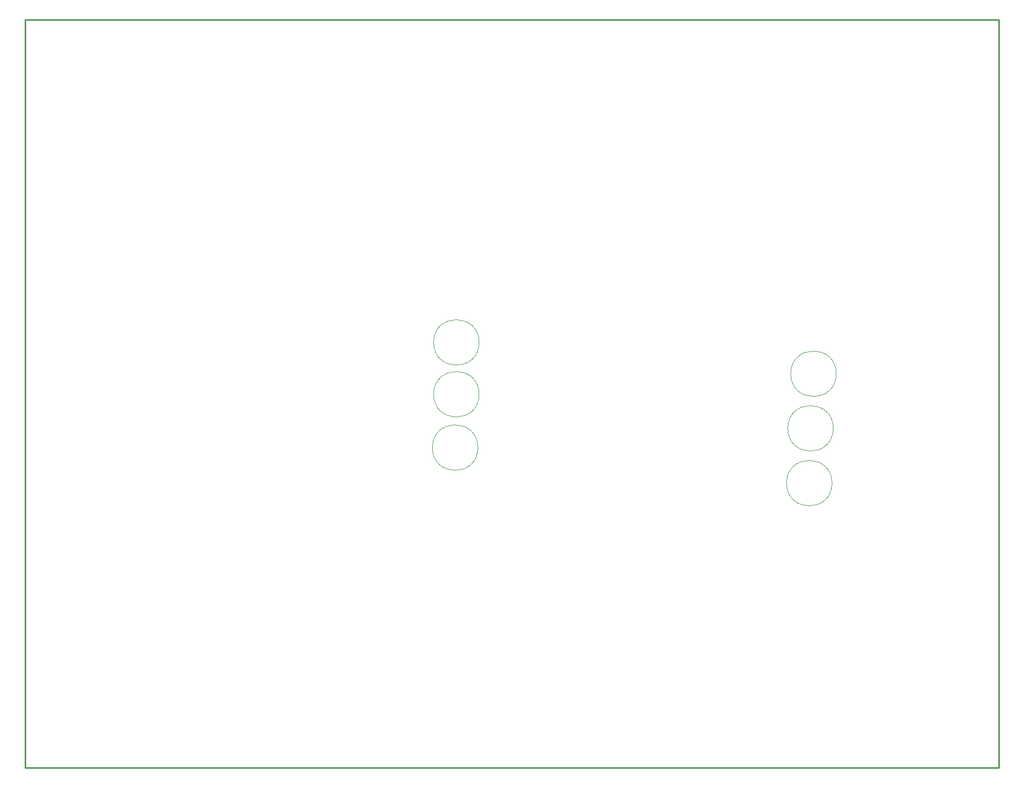
<source format=gm1>
G04*
G04 #@! TF.GenerationSoftware,Altium Limited,Altium Designer,22.10.1 (41)*
G04*
G04 Layer_Color=16711935*
%FSLAX44Y44*%
%MOMM*%
G71*
G04*
G04 #@! TF.SameCoordinates,069A48A3-1EBA-4DE3-B07F-BDB1E3B34996*
G04*
G04*
G04 #@! TF.FilePolarity,Positive*
G04*
G01*
G75*
%ADD12C,0.1000*%
%ADD13C,0.2540*%
D12*
X1103260Y510540D02*
G03*
X1103260Y510540I-39000J0D01*
G01*
X1101120Y416560D02*
G03*
X1101120Y416560I-39000J0D01*
G01*
X1108340Y604120D02*
G03*
X1108340Y604120I-39000J0D01*
G01*
X496200Y657860D02*
G03*
X496200Y657860I-39000J0D01*
G01*
X494060Y477520D02*
G03*
X494060Y477520I-39000J0D01*
G01*
X496200Y568960D02*
G03*
X496200Y568960I-39000J0D01*
G01*
D13*
X-281940Y-71120D02*
X1386840D01*
X-281940Y1211580D02*
X1386840D01*
Y-71120D02*
Y1211580D01*
X-281940Y-71120D02*
Y1211580D01*
M02*

</source>
